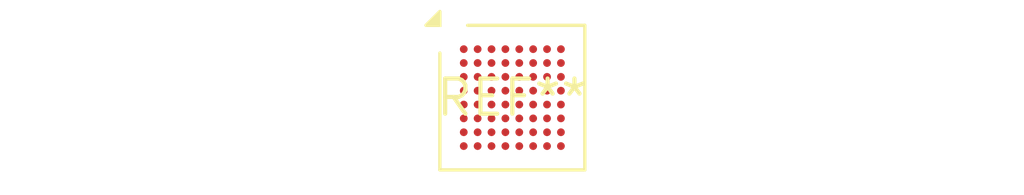
<source format=kicad_pcb>
(kicad_pcb (version 20240108) (generator pcbnew)
  (layers (0 "F.Cu" signal) (31 "B.Cu" signal) (34 "B.Paste" user) (35 "F.Paste" user) (36 "B.SilkS" user "B.Silkscreen") (37 "F.SilkS" user "F.Silkscreen") (38 "B.Mask" user) (39 "F.Mask" user) (44 "Edge.Cuts" user))
  (net 0 "")
  (footprint "TFBGA-64_5x5mm_Layout8x8_P0.5mm" (layer "F.Cu") (at 0 0)
    (property "Reference" "REF**")
    (property "Value" "TFBGA-64_5x5mm_Layout8x8_P0.5mm")
    (fp_line (start -2.61 2.61) (end -2.61 -1.61) (layer "F.SilkS") (stroke (width 0.12)))
    (fp_line (start -1.61 -2.61) (end 2.61 -2.61) (layer "F.SilkS") (stroke (width 0.12)))
    (fp_line (start 2.61 -2.61) (end 2.61 2.61) (layer "F.SilkS") (stroke (width 0.12)))
    (fp_line (start 2.61 2.61) (end -2.61 2.61) (layer "F.SilkS") (stroke (width 0.12)))
    (fp_poly (pts (xy -2.61 -2.61) (xy -3.11 -2.61) (xy -2.61 -3.11) (xy -2.61 -2.61)) (layer "F.SilkS") (stroke (width 0.12)) (fill solid))
    (pad "A1" smd circle (at -1.75 -1.75) (size 0.28 0.28) (property pad_prop_bga) (layers "F.Cu" "F.Paste" "F.Mask"))
    (pad "A2" smd circle (at -1.25 -1.75) (size 0.28 0.28) (property pad_prop_bga) (layers "F.Cu" "F.Paste" "F.Mask"))
    (pad "A3" smd circle (at -0.75 -1.75) (size 0.28 0.28) (property pad_prop_bga) (layers "F.Cu" "F.Paste" "F.Mask"))
    (pad "A4" smd circle (at -0.25 -1.75) (size 0.28 0.28) (property pad_prop_bga) (layers "F.Cu" "F.Paste" "F.Mask"))
    (pad "A5" smd circle (at 0.25 -1.75) (size 0.28 0.28) (property pad_prop_bga) (layers "F.Cu" "F.Paste" "F.Mask"))
    (pad "A6" smd circle (at 0.75 -1.75) (size 0.28 0.28) (property pad_prop_bga) (layers "F.Cu" "F.Paste" "F.Mask"))
    (pad "A7" smd circle (at 1.25 -1.75) (size 0.28 0.28) (property pad_prop_bga) (layers "F.Cu" "F.Paste" "F.Mask"))
    (pad "A8" smd circle (at 1.75 -1.75) (size 0.28 0.28) (property pad_prop_bga) (layers "F.Cu" "F.Paste" "F.Mask"))
    (pad "B1" smd circle (at -1.75 -1.25) (size 0.28 0.28) (property pad_prop_bga) (layers "F.Cu" "F.Paste" "F.Mask"))
    (pad "B2" smd circle (at -1.25 -1.25) (size 0.28 0.28) (property pad_prop_bga) (layers "F.Cu" "F.Paste" "F.Mask"))
    (pad "B3" smd circle (at -0.75 -1.25) (size 0.28 0.28) (property pad_prop_bga) (layers "F.Cu" "F.Paste" "F.Mask"))
    (pad "B4" smd circle (at -0.25 -1.25) (size 0.28 0.28) (property pad_prop_bga) (layers "F.Cu" "F.Paste" "F.Mask"))
    (pad "B5" smd circle (at 0.25 -1.25) (size 0.28 0.28) (property pad_prop_bga) (layers "F.Cu" "F.Paste" "F.Mask"))
    (pad "B6" smd circle (at 0.75 -1.25) (size 0.28 0.28) (property pad_prop_bga) (layers "F.Cu" "F.Paste" "F.Mask"))
    (pad "B7" smd circle (at 1.25 -1.25) (size 0.28 0.28) (property pad_prop_bga) (layers "F.Cu" "F.Paste" "F.Mask"))
    (pad "B8" smd circle (at 1.75 -1.25) (size 0.28 0.28) (property pad_prop_bga) (layers "F.Cu" "F.Paste" "F.Mask"))
    (pad "C1" smd circle (at -1.75 -0.75) (size 0.28 0.28) (property pad_prop_bga) (layers "F.Cu" "F.Paste" "F.Mask"))
    (pad "C2" smd circle (at -1.25 -0.75) (size 0.28 0.28) (property pad_prop_bga) (layers "F.Cu" "F.Paste" "F.Mask"))
    (pad "C3" smd circle (at -0.75 -0.75) (size 0.28 0.28) (property pad_prop_bga) (layers "F.Cu" "F.Paste" "F.Mask"))
    (pad "C4" smd circle (at -0.25 -0.75) (size 0.28 0.28) (property pad_prop_bga) (layers "F.Cu" "F.Paste" "F.Mask"))
    (pad "C5" smd circle (at 0.25 -0.75) (size 0.28 0.28) (property pad_prop_bga) (layers "F.Cu" "F.Paste" "F.Mask"))
    (pad "C6" smd circle (at 0.75 -0.75) (size 0.28 0.28) (property pad_prop_bga) (layers "F.Cu" "F.Paste" "F.Mask"))
    (pad "C7" smd circle (at 1.25 -0.75) (size 0.28 0.28) (property pad_prop_bga) (layers "F.Cu" "F.Paste" "F.Mask"))
    (pad "C8" smd circle (at 1.75 -0.75) (size 0.28 0.28) (property pad_prop_bga) (layers "F.Cu" "F.Paste" "F.Mask"))
    (pad "D1" smd circle (at -1.75 -0.25) (size 0.28 0.28) (property pad_prop_bga) (layers "F.Cu" "F.Paste" "F.Mask"))
    (pad "D2" smd circle (at -1.25 -0.25) (size 0.28 0.28) (property pad_prop_bga) (layers "F.Cu" "F.Paste" "F.Mask"))
    (pad "D3" smd circle (at -0.75 -0.25) (size 0.28 0.28) (property pad_prop_bga) (layers "F.Cu" "F.Paste" "F.Mask"))
    (pad "D4" smd circle (at -0.25 -0.25) (size 0.28 0.28) (property pad_prop_bga) (layers "F.Cu" "F.Paste" "F.Mask"))
    (pad "D5" smd circle (at 0.25 -0.25) (size 0.28 0.28) (property pad_prop_bga) (layers "F.Cu" "F.Paste" "F.Mask"))
    (pad "D6" smd circle (at 0.75 -0.25) (size 0.28 0.28) (property pad_prop_bga) (layers "F.Cu" "F.Paste" "F.Mask"))
    (pad "D7" smd circle (at 1.25 -0.25) (size 0.28 0.28) (property pad_prop_bga) (layers "F.Cu" "F.Paste" "F.Mask"))
    (pad "D8" smd circle (at 1.75 -0.25) (size 0.28 0.28) (property pad_prop_bga) (layers "F.Cu" "F.Paste" "F.Mask"))
    (pad "E1" smd circle (at -1.75 0.25) (size 0.28 0.28) (property pad_prop_bga) (layers "F.Cu" "F.Paste" "F.Mask"))
    (pad "E2" smd circle (at -1.25 0.25) (size 0.28 0.28) (property pad_prop_bga) (layers "F.Cu" "F.Paste" "F.Mask"))
    (pad "E3" smd circle (at -0.75 0.25) (size 0.28 0.28) (property pad_prop_bga) (layers "F.Cu" "F.Paste" "F.Mask"))
    (pad "E4" smd circle (at -0.25 0.25) (size 0.28 0.28) (property pad_prop_bga) (layers "F.Cu" "F.Paste" "F.Mask"))
    (pad "E5" smd circle (at 0.25 0.25) (size 0.28 0.28) (property pad_prop_bga) (layers "F.Cu" "F.Paste" "F.Mask"))
    (pad "E6" smd circle (at 0.75 0.25) (size 0.28 0.28) (property pad_prop_bga) (layers "F.Cu" "F.Paste" "F.Mask"))
    (pad "E7" smd circle (at 1.25 0.25) (size 0.28 0.28) (property pad_prop_bga) (layers "F.Cu" "F.Paste" "F.Mask"))
    (pad "E8" smd circle (at 1.75 0.25) (size 0.28 0.28) (property pad_prop_bga) (layers "F.Cu" "F.Paste" "F.Mask"))
    (pad "F1" smd circle (at -1.75 0.75) (size 0.28 0.28) (property pad_prop_bga) (layers "F.Cu" "F.Paste" "F.Mask"))
    (pad "F2" smd circle (at -1.25 0.75) (size 0.28 0.28) (property pad_prop_bga) (layers "F.Cu" "F.Paste" "F.Mask"))
    (pad "F3" smd circle (at -0.75 0.75) (size 0.28 0.28) (property pad_prop_bga) (layers "F.Cu" "F.Paste" "F.Mask"))
    (pad "F4" smd circle (at -0.25 0.75) (size 0.28 0.28) (property pad_prop_bga) (layers "F.Cu" "F.Paste" "F.Mask"))
    (pad "F5" smd circle (at 0.25 0.75) (size 0.28 0.28) (property pad_prop_bga) (layers "F.Cu" "F.Paste" "F.Mask"))
    (pad "F6" smd circle (at 0.75 0.75) (size 0.28 0.28) (property pad_prop_bga) (layers "F.Cu" "F.Paste" "F.Mask"))
    (pad "F7" smd circle (at 1.25 0.75) (size 0.28 0.28) (property pad_prop_bga) (layers "F.Cu" "F.Paste" "F.Mask"))
    (pad "F8" smd circle (at 1.75 0.75) (size 0.28 0.28) (property pad_prop_bga) (layers "F.Cu" "F.Paste" "F.Mask"))
    (pad "G1" smd circle (at -1.75 1.25) (size 0.28 0.28) (property pad_prop_bga) (layers "F.Cu" "F.Paste" "F.Mask"))
    (pad "G2" smd circle (at -1.25 1.25) (size 0.28 0.28) (property pad_prop_bga) (layers "F.Cu" "F.Paste" "F.Mask"))
    (pad "G3" smd circle (at -0.75 1.25) (size 0.28 0.28) (property pad_prop_bga) (layers "F.Cu" "F.Paste" "F.Mask"))
    (pad "G4" smd circle (at -0.25 1.25) (size 0.28 0.28) (property pad_prop_bga) (layers "F.Cu" "F.Paste" "F.Mask"))
    (pad "G5" smd circle (at 0.25 1.25) (size 0.28 0.28) (property pad_prop_bga) (layers "F.Cu" "F.Paste" "F.Mask"))
    (pad "G6" smd circle (at 0.75 1.25) (size 0.28 0.28) (property pad_prop_bga) (layers "F.Cu" "F.Paste" "F.Mask"))
    (pad "G7" smd circle (at 1.25 1.25) (size 0.28 0.28) (property pad_prop_bga) (layers "F.Cu" "F.Paste" "F.Mask"))
    (pad "G8" smd circle (at 1.75 1.25) (size 0.28 0.28) (property pad_prop_bga) (layers "F.Cu" "F.Paste" "F.Mask"))
    (pad "H1" smd circle (at -1.75 1.75) (size 0.28 0.28) (property pad_prop_bga) (layers "F.Cu" "F.Paste" "F.Mask"))
    (pad "H2" smd circle (at -1.25 1.75) (size 0.28 0.28) (property pad_prop_bga) (layers "F.Cu" "F.Paste" "F.Mask"))
    (pad "H3" smd circle (at -0.75 1.75) (size 0.28 0.28) (property pad_prop_bga) (layers "F.Cu" "F.Paste" "F.Mask"))
    (pad "H4" smd circle (at -0.25 1.75) (size 0.28 0.28) (property pad_prop_bga) (layers "F.Cu" "F.Paste" "F.Mask"))
    (pad "H5" smd circle (at 0.25 1.75) (size 0.28 0.28) (property pad_prop_bga) (layers "F.Cu" "F.Paste" "F.Mask"))
    (pad "H6" smd circle (at 0.75 1.75) (size 0.28 0.28) (property pad_prop_bga) (layers "F.Cu" "F.Paste" "F.Mask"))
    (pad "H7" smd circle (at 1.25 1.75) (size 0.28 0.28) (property pad_prop_bga) (layers "F.Cu" "F.Paste" "F.Mask"))
    (pad "H8" smd circle (at 1.75 1.75) (size 0.28 0.28) (property pad_prop_bga) (layers "F.Cu" "F.Paste" "F.Mask"))
  )
)
</source>
